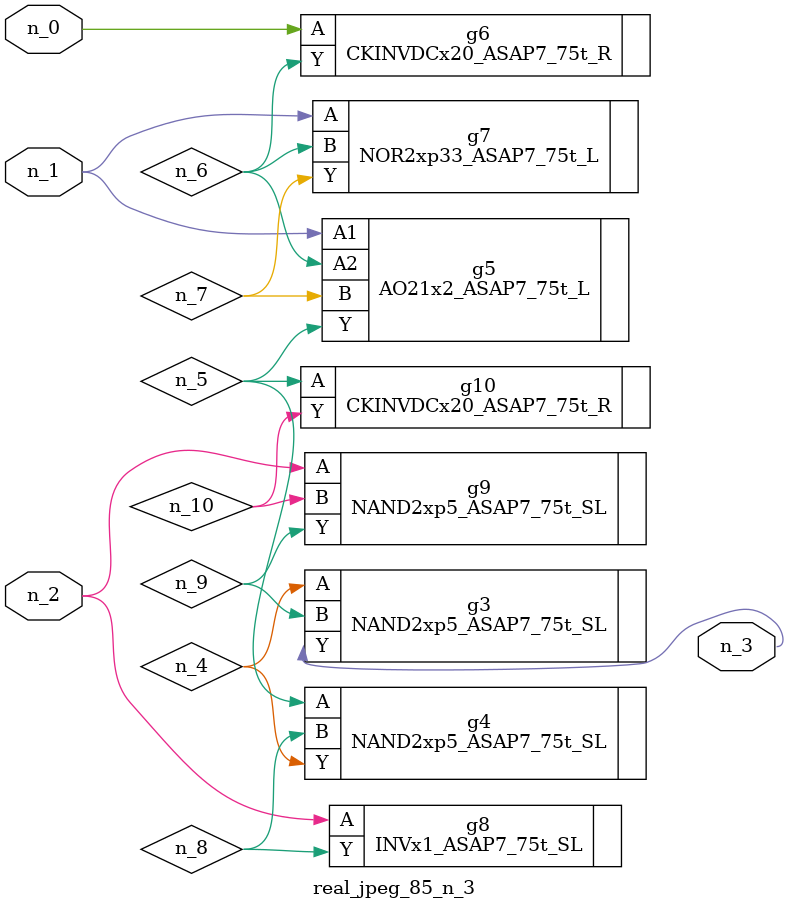
<source format=v>
module real_jpeg_85_n_3 (n_1, n_0, n_2, n_3);

input n_1;
input n_0;
input n_2;

output n_3;

wire n_5;
wire n_4;
wire n_8;
wire n_6;
wire n_7;
wire n_10;
wire n_9;

CKINVDCx20_ASAP7_75t_R g6 ( 
.A(n_0),
.Y(n_6)
);

AO21x2_ASAP7_75t_L g5 ( 
.A1(n_1),
.A2(n_6),
.B(n_7),
.Y(n_5)
);

NOR2xp33_ASAP7_75t_L g7 ( 
.A(n_1),
.B(n_6),
.Y(n_7)
);

INVx1_ASAP7_75t_SL g8 ( 
.A(n_2),
.Y(n_8)
);

NAND2xp5_ASAP7_75t_SL g9 ( 
.A(n_2),
.B(n_10),
.Y(n_9)
);

NAND2xp5_ASAP7_75t_SL g3 ( 
.A(n_4),
.B(n_9),
.Y(n_3)
);

NAND2xp5_ASAP7_75t_SL g4 ( 
.A(n_5),
.B(n_8),
.Y(n_4)
);

CKINVDCx20_ASAP7_75t_R g10 ( 
.A(n_5),
.Y(n_10)
);


endmodule
</source>
